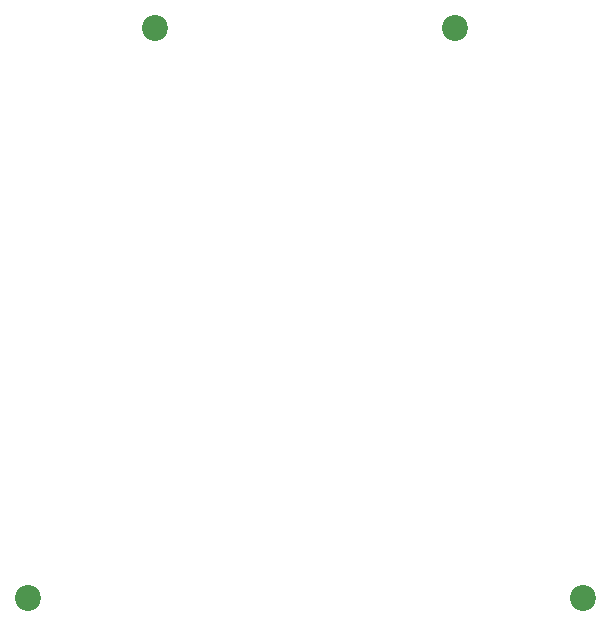
<source format=gbs>
G04 #@! TF.GenerationSoftware,KiCad,Pcbnew,9.0.7*
G04 #@! TF.CreationDate,2026-02-21T19:36:52+09:00*
G04 #@! TF.ProjectId,mcu-cover,6d63752d-636f-4766-9572-2e6b69636164,rev?*
G04 #@! TF.SameCoordinates,Original*
G04 #@! TF.FileFunction,Soldermask,Bot*
G04 #@! TF.FilePolarity,Negative*
%FSLAX46Y46*%
G04 Gerber Fmt 4.6, Leading zero omitted, Abs format (unit mm)*
G04 Created by KiCad (PCBNEW 9.0.7) date 2026-02-21 19:36:52*
%MOMM*%
%LPD*%
G01*
G04 APERTURE LIST*
%ADD10C,2.200000*%
G04 APERTURE END LIST*
D10*
X169442434Y-131637576D03*
X133247436Y-83377573D03*
X122452440Y-131637565D03*
X158647441Y-83377569D03*
M02*

</source>
